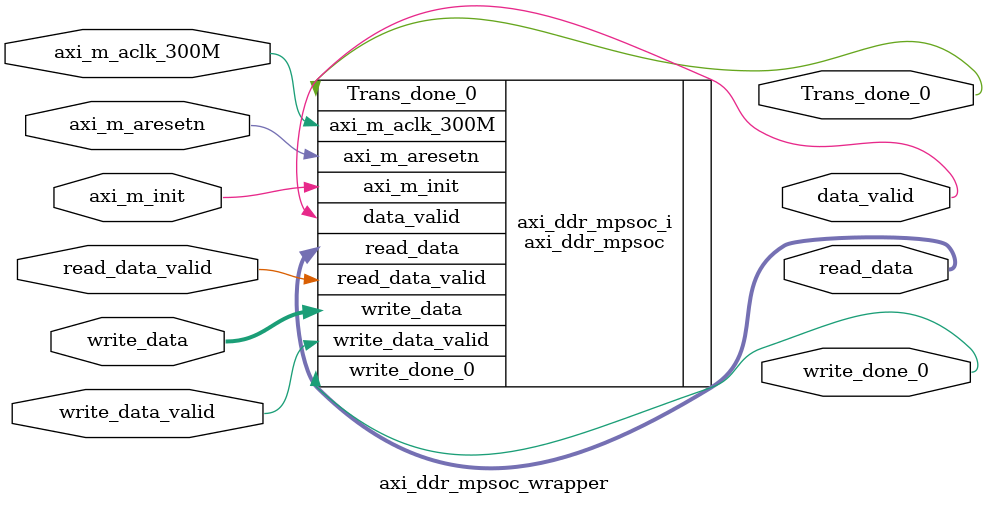
<source format=v>
`timescale 1 ps / 1 ps

module axi_ddr_mpsoc_wrapper
   (Trans_done_0,
    axi_m_aclk_300M,
    axi_m_aresetn,
    axi_m_init,
    data_valid,
    read_data,
    read_data_valid,
    write_data,
    write_data_valid,
    write_done_0);
  output Trans_done_0;
  input axi_m_aclk_300M;
  input axi_m_aresetn;
  input axi_m_init;
  output data_valid;
  output [1023:0]read_data;
  input read_data_valid;
  input [1023:0]write_data;
  input write_data_valid;
  output write_done_0;

  wire Trans_done_0;
  wire axi_m_aclk_300M;
  wire axi_m_aresetn;
  wire axi_m_init;
  wire data_valid;
  wire [1023:0]read_data;
  wire read_data_valid;
  wire [1023:0]write_data;
  wire write_data_valid;
  wire write_done_0;

  axi_ddr_mpsoc axi_ddr_mpsoc_i
       (.Trans_done_0(Trans_done_0),
        .axi_m_aclk_300M(axi_m_aclk_300M),
        .axi_m_aresetn(axi_m_aresetn),
        .axi_m_init(axi_m_init),
        .data_valid(data_valid),
        .read_data(read_data),
        .read_data_valid(read_data_valid),
        .write_data(write_data),
        .write_data_valid(write_data_valid),
        .write_done_0(write_done_0));
endmodule

</source>
